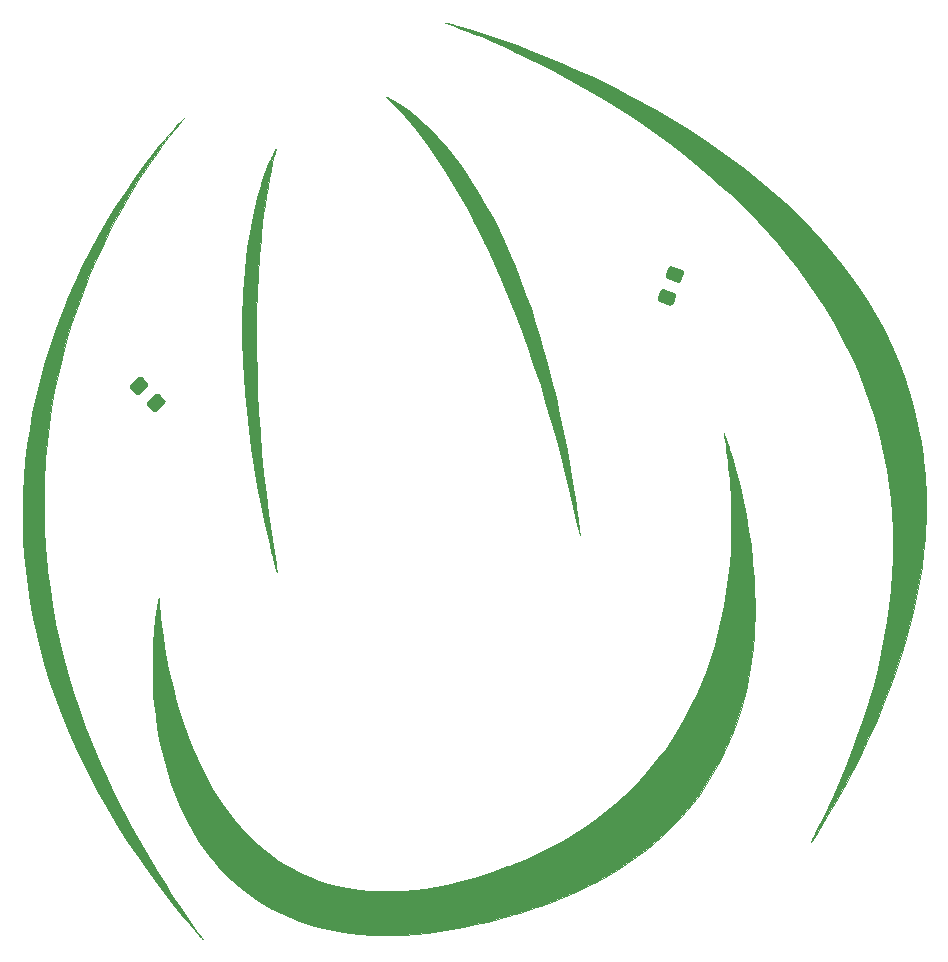
<source format=gbr>
%TF.GenerationSoftware,KiCad,Pcbnew,(5.1.7-0-10_14)*%
%TF.CreationDate,2020-10-21T09:08:44+08:00*%
%TF.ProjectId,HallowBadges,48616c6c-6f77-4426-9164-6765732e6b69,rev?*%
%TF.SameCoordinates,Original*%
%TF.FileFunction,Copper,L1,Top*%
%TF.FilePolarity,Positive*%
%FSLAX46Y46*%
G04 Gerber Fmt 4.6, Leading zero omitted, Abs format (unit mm)*
G04 Created by KiCad (PCBNEW (5.1.7-0-10_14)) date 2020-10-21 09:08:44*
%MOMM*%
%LPD*%
G01*
G04 APERTURE LIST*
%TA.AperFunction,EtchedComponent*%
%ADD10C,0.010000*%
%TD*%
%TA.AperFunction,ViaPad*%
%ADD11C,0.800000*%
%TD*%
%TA.AperFunction,Conductor*%
%ADD12C,0.500000*%
%TD*%
G04 APERTURE END LIST*
D10*
%TO.C,Ref\u002A\u002A*%
G36*
X119693889Y-73142784D02*
G01*
X119688785Y-73152093D01*
X119672374Y-73173598D01*
X119641971Y-73210555D01*
X119594892Y-73266222D01*
X119528452Y-73343856D01*
X119439968Y-73446711D01*
X119326754Y-73578047D01*
X119314735Y-73591984D01*
X118832661Y-74166803D01*
X118344542Y-74779639D01*
X117852604Y-75426990D01*
X117359072Y-76105356D01*
X116866171Y-76811234D01*
X116376125Y-77541125D01*
X115891160Y-78291526D01*
X115413501Y-79058936D01*
X114945372Y-79839855D01*
X114488999Y-80630781D01*
X114046606Y-81428213D01*
X113620419Y-82228650D01*
X113212662Y-83028591D01*
X112865811Y-83739907D01*
X112235571Y-85108657D01*
X111646847Y-86484838D01*
X111099672Y-87868328D01*
X110594079Y-89259002D01*
X110130099Y-90656737D01*
X109707767Y-92061410D01*
X109327114Y-93472897D01*
X108988172Y-94891075D01*
X108690976Y-96315820D01*
X108435556Y-97747008D01*
X108221947Y-99184517D01*
X108050179Y-100628222D01*
X107920287Y-102078001D01*
X107883229Y-102609990D01*
X107867457Y-102859062D01*
X107853716Y-103086433D01*
X107841869Y-103297195D01*
X107831781Y-103496437D01*
X107823316Y-103689252D01*
X107816339Y-103880728D01*
X107810712Y-104075956D01*
X107806302Y-104280028D01*
X107802971Y-104498033D01*
X107800585Y-104735063D01*
X107799007Y-104996207D01*
X107798103Y-105286556D01*
X107797735Y-105611200D01*
X107797714Y-105816740D01*
X107798388Y-106247391D01*
X107800398Y-106641459D01*
X107803960Y-107004681D01*
X107809294Y-107342792D01*
X107816617Y-107661529D01*
X107826146Y-107966626D01*
X107838100Y-108263821D01*
X107852697Y-108558849D01*
X107870155Y-108857447D01*
X107890691Y-109165349D01*
X107914523Y-109488293D01*
X107941870Y-109832014D01*
X107957338Y-110018324D01*
X108102211Y-111490367D01*
X108289402Y-112961793D01*
X108518900Y-114432566D01*
X108790692Y-115902653D01*
X109104768Y-117372020D01*
X109461115Y-118840633D01*
X109859724Y-120308460D01*
X110300581Y-121775465D01*
X110783676Y-123241615D01*
X111308997Y-124706876D01*
X111876532Y-126171216D01*
X112486271Y-127634599D01*
X113138202Y-129096992D01*
X113832312Y-130558361D01*
X114568592Y-132018673D01*
X115347029Y-133477894D01*
X116167612Y-134935990D01*
X116760555Y-135945038D01*
X117377571Y-136958544D01*
X118024841Y-137986002D01*
X118696730Y-139018911D01*
X119387604Y-140048769D01*
X120091829Y-141067072D01*
X120803773Y-142065319D01*
X120941738Y-142255157D01*
X121038974Y-142388657D01*
X121113851Y-142491845D01*
X121169037Y-142568553D01*
X121207201Y-142622614D01*
X121231009Y-142657860D01*
X121243130Y-142678122D01*
X121246231Y-142687234D01*
X121243795Y-142689074D01*
X121226286Y-142675067D01*
X121189616Y-142639186D01*
X121161184Y-142609699D01*
X121114484Y-142558405D01*
X121044018Y-142478417D01*
X120953071Y-142373607D01*
X120844925Y-142247847D01*
X120722863Y-142105009D01*
X120590168Y-141948964D01*
X120450123Y-141783584D01*
X120306012Y-141612741D01*
X120161116Y-141440307D01*
X120018719Y-141270154D01*
X119882104Y-141106153D01*
X119754554Y-140952177D01*
X119711936Y-140900490D01*
X118661847Y-139597946D01*
X117653398Y-138291505D01*
X116686614Y-136981232D01*
X115761524Y-135667190D01*
X114878156Y-134349444D01*
X114036535Y-133028058D01*
X113236691Y-131703096D01*
X112478649Y-130374622D01*
X111762439Y-129042700D01*
X111088086Y-127707395D01*
X110455619Y-126368770D01*
X109865065Y-125026890D01*
X109316451Y-123681818D01*
X108809805Y-122333619D01*
X108345154Y-120982357D01*
X107922525Y-119628096D01*
X107541946Y-118270900D01*
X107203445Y-116910833D01*
X106907048Y-115547960D01*
X106652784Y-114182344D01*
X106440678Y-112814049D01*
X106270760Y-111443140D01*
X106143056Y-110069681D01*
X106072507Y-108991740D01*
X106021679Y-107643055D01*
X106012907Y-106291620D01*
X106046057Y-104938164D01*
X106120997Y-103583415D01*
X106237592Y-102228102D01*
X106395708Y-100872952D01*
X106595212Y-99518695D01*
X106835970Y-98166058D01*
X107117848Y-96815770D01*
X107440713Y-95468558D01*
X107804430Y-94125152D01*
X108208866Y-92786280D01*
X108653888Y-91452670D01*
X109139360Y-90125050D01*
X109665151Y-88804148D01*
X109869063Y-88319190D01*
X110444607Y-87019488D01*
X111058233Y-85728905D01*
X111708227Y-84450277D01*
X112392876Y-83186439D01*
X113110467Y-81940226D01*
X113859286Y-80714474D01*
X114637620Y-79512019D01*
X115443755Y-78335696D01*
X116275978Y-77188340D01*
X117132576Y-76072787D01*
X117681093Y-75391113D01*
X117827905Y-75213430D01*
X117984145Y-75027029D01*
X118147191Y-74834848D01*
X118314424Y-74639827D01*
X118483224Y-74444904D01*
X118650972Y-74253018D01*
X118815047Y-74067108D01*
X118972830Y-73890114D01*
X119121701Y-73724972D01*
X119259040Y-73574624D01*
X119382228Y-73442007D01*
X119488644Y-73330061D01*
X119575670Y-73241724D01*
X119640684Y-73179935D01*
X119680911Y-73147729D01*
X119690369Y-73142415D01*
X119693889Y-73142784D01*
G37*
X119693889Y-73142784D02*
X119688785Y-73152093D01*
X119672374Y-73173598D01*
X119641971Y-73210555D01*
X119594892Y-73266222D01*
X119528452Y-73343856D01*
X119439968Y-73446711D01*
X119326754Y-73578047D01*
X119314735Y-73591984D01*
X118832661Y-74166803D01*
X118344542Y-74779639D01*
X117852604Y-75426990D01*
X117359072Y-76105356D01*
X116866171Y-76811234D01*
X116376125Y-77541125D01*
X115891160Y-78291526D01*
X115413501Y-79058936D01*
X114945372Y-79839855D01*
X114488999Y-80630781D01*
X114046606Y-81428213D01*
X113620419Y-82228650D01*
X113212662Y-83028591D01*
X112865811Y-83739907D01*
X112235571Y-85108657D01*
X111646847Y-86484838D01*
X111099672Y-87868328D01*
X110594079Y-89259002D01*
X110130099Y-90656737D01*
X109707767Y-92061410D01*
X109327114Y-93472897D01*
X108988172Y-94891075D01*
X108690976Y-96315820D01*
X108435556Y-97747008D01*
X108221947Y-99184517D01*
X108050179Y-100628222D01*
X107920287Y-102078001D01*
X107883229Y-102609990D01*
X107867457Y-102859062D01*
X107853716Y-103086433D01*
X107841869Y-103297195D01*
X107831781Y-103496437D01*
X107823316Y-103689252D01*
X107816339Y-103880728D01*
X107810712Y-104075956D01*
X107806302Y-104280028D01*
X107802971Y-104498033D01*
X107800585Y-104735063D01*
X107799007Y-104996207D01*
X107798103Y-105286556D01*
X107797735Y-105611200D01*
X107797714Y-105816740D01*
X107798388Y-106247391D01*
X107800398Y-106641459D01*
X107803960Y-107004681D01*
X107809294Y-107342792D01*
X107816617Y-107661529D01*
X107826146Y-107966626D01*
X107838100Y-108263821D01*
X107852697Y-108558849D01*
X107870155Y-108857447D01*
X107890691Y-109165349D01*
X107914523Y-109488293D01*
X107941870Y-109832014D01*
X107957338Y-110018324D01*
X108102211Y-111490367D01*
X108289402Y-112961793D01*
X108518900Y-114432566D01*
X108790692Y-115902653D01*
X109104768Y-117372020D01*
X109461115Y-118840633D01*
X109859724Y-120308460D01*
X110300581Y-121775465D01*
X110783676Y-123241615D01*
X111308997Y-124706876D01*
X111876532Y-126171216D01*
X112486271Y-127634599D01*
X113138202Y-129096992D01*
X113832312Y-130558361D01*
X114568592Y-132018673D01*
X115347029Y-133477894D01*
X116167612Y-134935990D01*
X116760555Y-135945038D01*
X117377571Y-136958544D01*
X118024841Y-137986002D01*
X118696730Y-139018911D01*
X119387604Y-140048769D01*
X120091829Y-141067072D01*
X120803773Y-142065319D01*
X120941738Y-142255157D01*
X121038974Y-142388657D01*
X121113851Y-142491845D01*
X121169037Y-142568553D01*
X121207201Y-142622614D01*
X121231009Y-142657860D01*
X121243130Y-142678122D01*
X121246231Y-142687234D01*
X121243795Y-142689074D01*
X121226286Y-142675067D01*
X121189616Y-142639186D01*
X121161184Y-142609699D01*
X121114484Y-142558405D01*
X121044018Y-142478417D01*
X120953071Y-142373607D01*
X120844925Y-142247847D01*
X120722863Y-142105009D01*
X120590168Y-141948964D01*
X120450123Y-141783584D01*
X120306012Y-141612741D01*
X120161116Y-141440307D01*
X120018719Y-141270154D01*
X119882104Y-141106153D01*
X119754554Y-140952177D01*
X119711936Y-140900490D01*
X118661847Y-139597946D01*
X117653398Y-138291505D01*
X116686614Y-136981232D01*
X115761524Y-135667190D01*
X114878156Y-134349444D01*
X114036535Y-133028058D01*
X113236691Y-131703096D01*
X112478649Y-130374622D01*
X111762439Y-129042700D01*
X111088086Y-127707395D01*
X110455619Y-126368770D01*
X109865065Y-125026890D01*
X109316451Y-123681818D01*
X108809805Y-122333619D01*
X108345154Y-120982357D01*
X107922525Y-119628096D01*
X107541946Y-118270900D01*
X107203445Y-116910833D01*
X106907048Y-115547960D01*
X106652784Y-114182344D01*
X106440678Y-112814049D01*
X106270760Y-111443140D01*
X106143056Y-110069681D01*
X106072507Y-108991740D01*
X106021679Y-107643055D01*
X106012907Y-106291620D01*
X106046057Y-104938164D01*
X106120997Y-103583415D01*
X106237592Y-102228102D01*
X106395708Y-100872952D01*
X106595212Y-99518695D01*
X106835970Y-98166058D01*
X107117848Y-96815770D01*
X107440713Y-95468558D01*
X107804430Y-94125152D01*
X108208866Y-92786280D01*
X108653888Y-91452670D01*
X109139360Y-90125050D01*
X109665151Y-88804148D01*
X109869063Y-88319190D01*
X110444607Y-87019488D01*
X111058233Y-85728905D01*
X111708227Y-84450277D01*
X112392876Y-83186439D01*
X113110467Y-81940226D01*
X113859286Y-80714474D01*
X114637620Y-79512019D01*
X115443755Y-78335696D01*
X116275978Y-77188340D01*
X117132576Y-76072787D01*
X117681093Y-75391113D01*
X117827905Y-75213430D01*
X117984145Y-75027029D01*
X118147191Y-74834848D01*
X118314424Y-74639827D01*
X118483224Y-74444904D01*
X118650972Y-74253018D01*
X118815047Y-74067108D01*
X118972830Y-73890114D01*
X119121701Y-73724972D01*
X119259040Y-73574624D01*
X119382228Y-73442007D01*
X119488644Y-73330061D01*
X119575670Y-73241724D01*
X119640684Y-73179935D01*
X119680911Y-73147729D01*
X119690369Y-73142415D01*
X119693889Y-73142784D01*
G36*
X165372465Y-99888444D02*
G01*
X165397411Y-99944438D01*
X165432369Y-100032962D01*
X165475995Y-100150088D01*
X165526946Y-100291889D01*
X165583878Y-100454439D01*
X165645448Y-100633810D01*
X165710311Y-100826076D01*
X165777124Y-101027308D01*
X165844544Y-101233581D01*
X165911226Y-101440966D01*
X165975828Y-101645538D01*
X166037006Y-101843368D01*
X166057724Y-101911490D01*
X166405869Y-103122404D01*
X166721623Y-104346430D01*
X167004187Y-105579220D01*
X167252762Y-106816427D01*
X167466550Y-108053702D01*
X167644753Y-109286695D01*
X167786571Y-110511061D01*
X167891207Y-111722449D01*
X167909842Y-111997407D01*
X167946792Y-112674914D01*
X167971969Y-113368101D01*
X167985373Y-114068000D01*
X167987004Y-114765643D01*
X167976863Y-115452063D01*
X167954950Y-116118294D01*
X167921266Y-116755367D01*
X167909588Y-116929240D01*
X167812741Y-118040372D01*
X167680551Y-119128222D01*
X167513000Y-120192842D01*
X167310071Y-121234281D01*
X167071745Y-122252588D01*
X166798004Y-123247815D01*
X166488828Y-124220011D01*
X166144201Y-125169226D01*
X165764103Y-126095510D01*
X165348517Y-126998913D01*
X164897423Y-127879486D01*
X164410804Y-128737278D01*
X163888641Y-129572339D01*
X163330917Y-130384720D01*
X162737612Y-131174470D01*
X162654086Y-131280240D01*
X162201756Y-131829039D01*
X161715455Y-132380450D01*
X161202341Y-132927067D01*
X160669573Y-133461483D01*
X160124311Y-133976290D01*
X159592250Y-134448186D01*
X158833165Y-135074411D01*
X158043885Y-135675558D01*
X157223738Y-136252008D01*
X156372048Y-136804144D01*
X155488144Y-137332348D01*
X154571349Y-137837000D01*
X153620992Y-138318485D01*
X152636398Y-138777182D01*
X151616894Y-139213475D01*
X150561806Y-139627746D01*
X150257750Y-139740640D01*
X149883104Y-139874819D01*
X149474466Y-140015295D01*
X149039285Y-140159727D01*
X148585010Y-140305774D01*
X148119093Y-140451095D01*
X147648984Y-140593350D01*
X147182131Y-140730197D01*
X146725985Y-140859296D01*
X146501069Y-140921073D01*
X145403528Y-141206323D01*
X144329809Y-141459094D01*
X143277144Y-141679845D01*
X142242765Y-141869039D01*
X141223904Y-142027136D01*
X140217794Y-142154596D01*
X139221665Y-142251882D01*
X138232750Y-142319452D01*
X138044584Y-142329011D01*
X137905434Y-142334292D01*
X137732074Y-142338633D01*
X137531101Y-142342039D01*
X137309110Y-142344512D01*
X137072696Y-142346056D01*
X136828455Y-142346673D01*
X136582984Y-142346368D01*
X136342877Y-142345143D01*
X136114731Y-142343002D01*
X135905141Y-142339949D01*
X135720703Y-142335985D01*
X135568013Y-142331115D01*
X135494000Y-142327739D01*
X134551212Y-142260496D01*
X133634509Y-142160332D01*
X132743077Y-142027019D01*
X131876106Y-141860326D01*
X131032782Y-141660024D01*
X130212292Y-141425883D01*
X129413825Y-141157673D01*
X128636567Y-140855165D01*
X127879707Y-140518128D01*
X127142431Y-140146333D01*
X126498167Y-139783709D01*
X125828364Y-139363632D01*
X125174100Y-138905306D01*
X124537572Y-138410656D01*
X123920982Y-137881612D01*
X123326529Y-137320100D01*
X122756412Y-136728048D01*
X122212832Y-136107384D01*
X121986913Y-135831074D01*
X121470330Y-135153119D01*
X120979826Y-134442611D01*
X120515787Y-133700642D01*
X120078600Y-132928303D01*
X119668653Y-132126689D01*
X119286334Y-131296891D01*
X118932029Y-130440002D01*
X118606126Y-129557115D01*
X118309012Y-128649323D01*
X118041075Y-127717718D01*
X117802702Y-126763393D01*
X117594281Y-125787440D01*
X117416197Y-124790953D01*
X117268840Y-123775023D01*
X117152597Y-122740744D01*
X117090945Y-122019824D01*
X117069814Y-121723421D01*
X117052285Y-121445016D01*
X117038089Y-121176519D01*
X117026952Y-120909841D01*
X117018604Y-120636890D01*
X117012772Y-120349579D01*
X117009185Y-120039815D01*
X117007571Y-119699511D01*
X117007416Y-119532740D01*
X117011031Y-118950595D01*
X117022160Y-118401184D01*
X117041357Y-117875487D01*
X117069176Y-117364479D01*
X117106170Y-116859139D01*
X117152895Y-116350444D01*
X117209904Y-115829372D01*
X117259564Y-115426407D01*
X117281713Y-115259745D01*
X117306551Y-115082355D01*
X117333267Y-114899214D01*
X117361052Y-114715297D01*
X117389096Y-114535580D01*
X117416587Y-114365039D01*
X117442717Y-114208648D01*
X117466675Y-114071385D01*
X117487651Y-113958225D01*
X117504835Y-113874142D01*
X117517417Y-113824115D01*
X117522296Y-113812652D01*
X117527325Y-113828479D01*
X117534488Y-113881164D01*
X117543262Y-113965314D01*
X117553126Y-114075536D01*
X117563557Y-114206438D01*
X117572771Y-114334152D01*
X117645358Y-115215211D01*
X117743110Y-116122228D01*
X117864799Y-117048066D01*
X118009195Y-117985586D01*
X118175068Y-118927649D01*
X118361189Y-119867118D01*
X118566328Y-120796854D01*
X118789256Y-121709719D01*
X118943573Y-122292325D01*
X119246551Y-123342826D01*
X119572296Y-124361716D01*
X119920569Y-125348617D01*
X120291134Y-126303154D01*
X120683754Y-127224949D01*
X121098191Y-128113625D01*
X121534208Y-128968806D01*
X121991569Y-129790115D01*
X122470036Y-130577175D01*
X122969372Y-131329609D01*
X123489340Y-132047041D01*
X124029702Y-132729093D01*
X124590223Y-133375389D01*
X125170664Y-133985552D01*
X125770788Y-134559206D01*
X126390359Y-135095973D01*
X127029140Y-135595476D01*
X127545917Y-135962615D01*
X128222326Y-136397168D01*
X128917930Y-136794050D01*
X129632266Y-137153085D01*
X130364872Y-137474094D01*
X131115287Y-137756899D01*
X131883047Y-138001324D01*
X132667692Y-138207191D01*
X133468757Y-138374322D01*
X134086417Y-138475060D01*
X134429094Y-138522097D01*
X134749099Y-138560853D01*
X135056820Y-138592139D01*
X135362642Y-138616762D01*
X135676952Y-138635533D01*
X136010138Y-138649260D01*
X136372586Y-138658751D01*
X136467667Y-138660534D01*
X137333925Y-138656946D01*
X138219108Y-138616412D01*
X139121872Y-138539149D01*
X140040873Y-138425377D01*
X140974766Y-138275312D01*
X141922207Y-138089174D01*
X142881850Y-137867181D01*
X143852352Y-137609551D01*
X144832368Y-137316503D01*
X144923750Y-137287519D01*
X145061180Y-137243806D01*
X145188910Y-137203339D01*
X145300118Y-137168269D01*
X145387979Y-137140743D01*
X145445672Y-137122911D01*
X145460818Y-137118375D01*
X145552148Y-137089966D01*
X145677550Y-137048158D01*
X145831647Y-136994919D01*
X146009067Y-136932219D01*
X146204436Y-136862028D01*
X146412378Y-136786314D01*
X146627519Y-136707048D01*
X146844487Y-136626198D01*
X147057905Y-136545734D01*
X147262400Y-136467625D01*
X147452599Y-136393841D01*
X147623126Y-136326351D01*
X147633084Y-136322357D01*
X148703873Y-135872127D01*
X149742919Y-135394015D01*
X150750463Y-134887874D01*
X151726742Y-134353555D01*
X152671998Y-133790911D01*
X153586470Y-133199796D01*
X154470398Y-132580060D01*
X155324022Y-131931556D01*
X156147581Y-131254138D01*
X156787109Y-130689311D01*
X156887794Y-130595664D01*
X157012683Y-130476511D01*
X157156705Y-130336923D01*
X157314789Y-130181971D01*
X157481863Y-130016726D01*
X157652855Y-129846260D01*
X157822694Y-129675645D01*
X157986309Y-129509950D01*
X158138627Y-129354249D01*
X158274577Y-129213612D01*
X158389089Y-129093110D01*
X158461571Y-129014924D01*
X159155016Y-128223013D01*
X159816025Y-127404092D01*
X160444459Y-126558518D01*
X161040180Y-125686648D01*
X161603047Y-124788840D01*
X162132922Y-123865452D01*
X162629666Y-122916840D01*
X163093140Y-121943363D01*
X163523204Y-120945379D01*
X163919720Y-119923244D01*
X164282549Y-118877316D01*
X164611551Y-117807953D01*
X164906588Y-116715513D01*
X165167520Y-115600353D01*
X165394208Y-114462830D01*
X165586514Y-113303303D01*
X165744298Y-112122128D01*
X165867421Y-110919664D01*
X165952403Y-109753740D01*
X165985499Y-109074991D01*
X166007155Y-108365873D01*
X166017393Y-107636768D01*
X166016236Y-106898060D01*
X166003707Y-106160131D01*
X165979829Y-105433363D01*
X165944623Y-104728141D01*
X165941365Y-104673740D01*
X165908907Y-104191438D01*
X165869699Y-103699823D01*
X165824427Y-103204623D01*
X165773779Y-102711566D01*
X165718441Y-102226379D01*
X165659101Y-101754789D01*
X165596446Y-101302524D01*
X165531162Y-100875312D01*
X165463937Y-100478880D01*
X165395458Y-100118955D01*
X165394319Y-100113343D01*
X165376134Y-100018295D01*
X165363392Y-99940501D01*
X165357261Y-99888019D01*
X165358874Y-99868907D01*
X165372465Y-99888444D01*
G37*
X165372465Y-99888444D02*
X165397411Y-99944438D01*
X165432369Y-100032962D01*
X165475995Y-100150088D01*
X165526946Y-100291889D01*
X165583878Y-100454439D01*
X165645448Y-100633810D01*
X165710311Y-100826076D01*
X165777124Y-101027308D01*
X165844544Y-101233581D01*
X165911226Y-101440966D01*
X165975828Y-101645538D01*
X166037006Y-101843368D01*
X166057724Y-101911490D01*
X166405869Y-103122404D01*
X166721623Y-104346430D01*
X167004187Y-105579220D01*
X167252762Y-106816427D01*
X167466550Y-108053702D01*
X167644753Y-109286695D01*
X167786571Y-110511061D01*
X167891207Y-111722449D01*
X167909842Y-111997407D01*
X167946792Y-112674914D01*
X167971969Y-113368101D01*
X167985373Y-114068000D01*
X167987004Y-114765643D01*
X167976863Y-115452063D01*
X167954950Y-116118294D01*
X167921266Y-116755367D01*
X167909588Y-116929240D01*
X167812741Y-118040372D01*
X167680551Y-119128222D01*
X167513000Y-120192842D01*
X167310071Y-121234281D01*
X167071745Y-122252588D01*
X166798004Y-123247815D01*
X166488828Y-124220011D01*
X166144201Y-125169226D01*
X165764103Y-126095510D01*
X165348517Y-126998913D01*
X164897423Y-127879486D01*
X164410804Y-128737278D01*
X163888641Y-129572339D01*
X163330917Y-130384720D01*
X162737612Y-131174470D01*
X162654086Y-131280240D01*
X162201756Y-131829039D01*
X161715455Y-132380450D01*
X161202341Y-132927067D01*
X160669573Y-133461483D01*
X160124311Y-133976290D01*
X159592250Y-134448186D01*
X158833165Y-135074411D01*
X158043885Y-135675558D01*
X157223738Y-136252008D01*
X156372048Y-136804144D01*
X155488144Y-137332348D01*
X154571349Y-137837000D01*
X153620992Y-138318485D01*
X152636398Y-138777182D01*
X151616894Y-139213475D01*
X150561806Y-139627746D01*
X150257750Y-139740640D01*
X149883104Y-139874819D01*
X149474466Y-140015295D01*
X149039285Y-140159727D01*
X148585010Y-140305774D01*
X148119093Y-140451095D01*
X147648984Y-140593350D01*
X147182131Y-140730197D01*
X146725985Y-140859296D01*
X146501069Y-140921073D01*
X145403528Y-141206323D01*
X144329809Y-141459094D01*
X143277144Y-141679845D01*
X142242765Y-141869039D01*
X141223904Y-142027136D01*
X140217794Y-142154596D01*
X139221665Y-142251882D01*
X138232750Y-142319452D01*
X138044584Y-142329011D01*
X137905434Y-142334292D01*
X137732074Y-142338633D01*
X137531101Y-142342039D01*
X137309110Y-142344512D01*
X137072696Y-142346056D01*
X136828455Y-142346673D01*
X136582984Y-142346368D01*
X136342877Y-142345143D01*
X136114731Y-142343002D01*
X135905141Y-142339949D01*
X135720703Y-142335985D01*
X135568013Y-142331115D01*
X135494000Y-142327739D01*
X134551212Y-142260496D01*
X133634509Y-142160332D01*
X132743077Y-142027019D01*
X131876106Y-141860326D01*
X131032782Y-141660024D01*
X130212292Y-141425883D01*
X129413825Y-141157673D01*
X128636567Y-140855165D01*
X127879707Y-140518128D01*
X127142431Y-140146333D01*
X126498167Y-139783709D01*
X125828364Y-139363632D01*
X125174100Y-138905306D01*
X124537572Y-138410656D01*
X123920982Y-137881612D01*
X123326529Y-137320100D01*
X122756412Y-136728048D01*
X122212832Y-136107384D01*
X121986913Y-135831074D01*
X121470330Y-135153119D01*
X120979826Y-134442611D01*
X120515787Y-133700642D01*
X120078600Y-132928303D01*
X119668653Y-132126689D01*
X119286334Y-131296891D01*
X118932029Y-130440002D01*
X118606126Y-129557115D01*
X118309012Y-128649323D01*
X118041075Y-127717718D01*
X117802702Y-126763393D01*
X117594281Y-125787440D01*
X117416197Y-124790953D01*
X117268840Y-123775023D01*
X117152597Y-122740744D01*
X117090945Y-122019824D01*
X117069814Y-121723421D01*
X117052285Y-121445016D01*
X117038089Y-121176519D01*
X117026952Y-120909841D01*
X117018604Y-120636890D01*
X117012772Y-120349579D01*
X117009185Y-120039815D01*
X117007571Y-119699511D01*
X117007416Y-119532740D01*
X117011031Y-118950595D01*
X117022160Y-118401184D01*
X117041357Y-117875487D01*
X117069176Y-117364479D01*
X117106170Y-116859139D01*
X117152895Y-116350444D01*
X117209904Y-115829372D01*
X117259564Y-115426407D01*
X117281713Y-115259745D01*
X117306551Y-115082355D01*
X117333267Y-114899214D01*
X117361052Y-114715297D01*
X117389096Y-114535580D01*
X117416587Y-114365039D01*
X117442717Y-114208648D01*
X117466675Y-114071385D01*
X117487651Y-113958225D01*
X117504835Y-113874142D01*
X117517417Y-113824115D01*
X117522296Y-113812652D01*
X117527325Y-113828479D01*
X117534488Y-113881164D01*
X117543262Y-113965314D01*
X117553126Y-114075536D01*
X117563557Y-114206438D01*
X117572771Y-114334152D01*
X117645358Y-115215211D01*
X117743110Y-116122228D01*
X117864799Y-117048066D01*
X118009195Y-117985586D01*
X118175068Y-118927649D01*
X118361189Y-119867118D01*
X118566328Y-120796854D01*
X118789256Y-121709719D01*
X118943573Y-122292325D01*
X119246551Y-123342826D01*
X119572296Y-124361716D01*
X119920569Y-125348617D01*
X120291134Y-126303154D01*
X120683754Y-127224949D01*
X121098191Y-128113625D01*
X121534208Y-128968806D01*
X121991569Y-129790115D01*
X122470036Y-130577175D01*
X122969372Y-131329609D01*
X123489340Y-132047041D01*
X124029702Y-132729093D01*
X124590223Y-133375389D01*
X125170664Y-133985552D01*
X125770788Y-134559206D01*
X126390359Y-135095973D01*
X127029140Y-135595476D01*
X127545917Y-135962615D01*
X128222326Y-136397168D01*
X128917930Y-136794050D01*
X129632266Y-137153085D01*
X130364872Y-137474094D01*
X131115287Y-137756899D01*
X131883047Y-138001324D01*
X132667692Y-138207191D01*
X133468757Y-138374322D01*
X134086417Y-138475060D01*
X134429094Y-138522097D01*
X134749099Y-138560853D01*
X135056820Y-138592139D01*
X135362642Y-138616762D01*
X135676952Y-138635533D01*
X136010138Y-138649260D01*
X136372586Y-138658751D01*
X136467667Y-138660534D01*
X137333925Y-138656946D01*
X138219108Y-138616412D01*
X139121872Y-138539149D01*
X140040873Y-138425377D01*
X140974766Y-138275312D01*
X141922207Y-138089174D01*
X142881850Y-137867181D01*
X143852352Y-137609551D01*
X144832368Y-137316503D01*
X144923750Y-137287519D01*
X145061180Y-137243806D01*
X145188910Y-137203339D01*
X145300118Y-137168269D01*
X145387979Y-137140743D01*
X145445672Y-137122911D01*
X145460818Y-137118375D01*
X145552148Y-137089966D01*
X145677550Y-137048158D01*
X145831647Y-136994919D01*
X146009067Y-136932219D01*
X146204436Y-136862028D01*
X146412378Y-136786314D01*
X146627519Y-136707048D01*
X146844487Y-136626198D01*
X147057905Y-136545734D01*
X147262400Y-136467625D01*
X147452599Y-136393841D01*
X147623126Y-136326351D01*
X147633084Y-136322357D01*
X148703873Y-135872127D01*
X149742919Y-135394015D01*
X150750463Y-134887874D01*
X151726742Y-134353555D01*
X152671998Y-133790911D01*
X153586470Y-133199796D01*
X154470398Y-132580060D01*
X155324022Y-131931556D01*
X156147581Y-131254138D01*
X156787109Y-130689311D01*
X156887794Y-130595664D01*
X157012683Y-130476511D01*
X157156705Y-130336923D01*
X157314789Y-130181971D01*
X157481863Y-130016726D01*
X157652855Y-129846260D01*
X157822694Y-129675645D01*
X157986309Y-129509950D01*
X158138627Y-129354249D01*
X158274577Y-129213612D01*
X158389089Y-129093110D01*
X158461571Y-129014924D01*
X159155016Y-128223013D01*
X159816025Y-127404092D01*
X160444459Y-126558518D01*
X161040180Y-125686648D01*
X161603047Y-124788840D01*
X162132922Y-123865452D01*
X162629666Y-122916840D01*
X163093140Y-121943363D01*
X163523204Y-120945379D01*
X163919720Y-119923244D01*
X164282549Y-118877316D01*
X164611551Y-117807953D01*
X164906588Y-116715513D01*
X165167520Y-115600353D01*
X165394208Y-114462830D01*
X165586514Y-113303303D01*
X165744298Y-112122128D01*
X165867421Y-110919664D01*
X165952403Y-109753740D01*
X165985499Y-109074991D01*
X166007155Y-108365873D01*
X166017393Y-107636768D01*
X166016236Y-106898060D01*
X166003707Y-106160131D01*
X165979829Y-105433363D01*
X165944623Y-104728141D01*
X165941365Y-104673740D01*
X165908907Y-104191438D01*
X165869699Y-103699823D01*
X165824427Y-103204623D01*
X165773779Y-102711566D01*
X165718441Y-102226379D01*
X165659101Y-101754789D01*
X165596446Y-101302524D01*
X165531162Y-100875312D01*
X165463937Y-100478880D01*
X165395458Y-100118955D01*
X165394319Y-100113343D01*
X165376134Y-100018295D01*
X165363392Y-99940501D01*
X165357261Y-99888019D01*
X165358874Y-99868907D01*
X165372465Y-99888444D01*
G36*
X141851562Y-65117238D02*
G01*
X141934972Y-65136992D01*
X142050705Y-65166659D01*
X142196015Y-65205511D01*
X142368154Y-65252821D01*
X142564373Y-65307860D01*
X142781924Y-65369903D01*
X142882317Y-65398834D01*
X144093144Y-65762106D01*
X145324344Y-66157454D01*
X146571138Y-66582901D01*
X147828747Y-67036472D01*
X149092393Y-67516192D01*
X150357297Y-68020084D01*
X151618679Y-68546172D01*
X152871761Y-69092482D01*
X154111764Y-69657037D01*
X155333910Y-70237861D01*
X156533418Y-70832980D01*
X157705511Y-71440416D01*
X158406917Y-71817210D01*
X159770199Y-72578133D01*
X161094232Y-73354397D01*
X162379306Y-74146221D01*
X163625713Y-74953824D01*
X164833743Y-75777425D01*
X166003688Y-76617245D01*
X167135839Y-77473501D01*
X168230487Y-78346413D01*
X169287922Y-79236201D01*
X170308436Y-80143083D01*
X171292320Y-81067279D01*
X172239864Y-82009008D01*
X173012948Y-82819157D01*
X173845730Y-83741261D01*
X174643061Y-84680433D01*
X175404327Y-85635726D01*
X176128920Y-86606196D01*
X176816227Y-87590898D01*
X177465638Y-88588886D01*
X178076542Y-89599215D01*
X178648327Y-90620940D01*
X179180383Y-91653116D01*
X179672098Y-92694797D01*
X180122862Y-93745039D01*
X180200506Y-93937174D01*
X180612395Y-95022952D01*
X180983687Y-96120680D01*
X181314329Y-97230135D01*
X181604269Y-98351092D01*
X181853456Y-99483330D01*
X182061837Y-100626624D01*
X182229360Y-101780751D01*
X182355972Y-102945488D01*
X182386893Y-103308490D01*
X182403906Y-103525904D01*
X182418565Y-103723488D01*
X182431039Y-103906571D01*
X182441501Y-104080480D01*
X182450122Y-104250546D01*
X182457074Y-104422097D01*
X182462527Y-104600462D01*
X182466654Y-104790970D01*
X182469627Y-104998949D01*
X182471616Y-105229728D01*
X182472793Y-105488637D01*
X182473330Y-105781004D01*
X182473417Y-105996657D01*
X182473183Y-106320032D01*
X182472370Y-106606537D01*
X182470804Y-106861630D01*
X182468317Y-107090774D01*
X182464737Y-107299427D01*
X182459893Y-107493051D01*
X182453615Y-107677106D01*
X182445732Y-107857051D01*
X182436073Y-108038348D01*
X182424467Y-108226457D01*
X182410744Y-108426838D01*
X182394733Y-108644951D01*
X182387699Y-108737740D01*
X182273513Y-109969050D01*
X182118196Y-111210284D01*
X181921763Y-112461404D01*
X181684226Y-113722372D01*
X181405600Y-114993150D01*
X181085897Y-116273699D01*
X180725132Y-117563981D01*
X180323318Y-118863958D01*
X179880470Y-120173590D01*
X179396599Y-121492840D01*
X178871721Y-122821669D01*
X178305848Y-124160039D01*
X177698995Y-125507912D01*
X177051175Y-126865249D01*
X176362401Y-128232011D01*
X175632688Y-129608161D01*
X174862049Y-130993660D01*
X174050497Y-132388469D01*
X173890754Y-132656074D01*
X173798658Y-132809269D01*
X173698910Y-132974365D01*
X173593873Y-133147520D01*
X173485909Y-133324893D01*
X173377380Y-133502641D01*
X173270648Y-133676923D01*
X173168075Y-133843896D01*
X173072023Y-133999719D01*
X172984855Y-134140549D01*
X172908932Y-134262546D01*
X172846617Y-134361867D01*
X172800272Y-134434669D01*
X172772258Y-134477112D01*
X172765699Y-134485932D01*
X172749073Y-134495359D01*
X172747334Y-134490814D01*
X172756632Y-134469248D01*
X172783178Y-134414052D01*
X172824943Y-134329285D01*
X172879900Y-134219008D01*
X172946023Y-134087282D01*
X173021285Y-133938168D01*
X173103658Y-133775727D01*
X173137748Y-133708706D01*
X173844408Y-132284816D01*
X174511297Y-130867498D01*
X175138326Y-129457034D01*
X175725408Y-128053707D01*
X176272456Y-126657797D01*
X176779383Y-125269586D01*
X177246102Y-123889357D01*
X177672524Y-122517392D01*
X178058563Y-121153971D01*
X178404131Y-119799378D01*
X178709142Y-118453893D01*
X178973507Y-117117800D01*
X179197139Y-115791378D01*
X179379951Y-114474911D01*
X179521857Y-113168680D01*
X179530322Y-113076907D01*
X179627653Y-111791529D01*
X179684859Y-110512234D01*
X179702016Y-109239980D01*
X179679204Y-107975725D01*
X179616501Y-106720429D01*
X179513983Y-105475051D01*
X179371729Y-104240549D01*
X179189817Y-103017881D01*
X178968324Y-101808008D01*
X178707329Y-100611886D01*
X178428339Y-99509411D01*
X178079553Y-98299799D01*
X177690290Y-97102577D01*
X177260552Y-95917750D01*
X176790344Y-94745323D01*
X176279669Y-93585303D01*
X175728530Y-92437694D01*
X175136931Y-91302503D01*
X174504876Y-90179736D01*
X173832369Y-89069397D01*
X173119412Y-87971492D01*
X172366010Y-86886028D01*
X171572167Y-85813010D01*
X170737885Y-84752443D01*
X169863169Y-83704333D01*
X168948022Y-82668687D01*
X167992448Y-81645509D01*
X166996451Y-80634805D01*
X165960033Y-79636581D01*
X165349584Y-79071713D01*
X164298976Y-78137701D01*
X163209380Y-77216371D01*
X162082532Y-76308848D01*
X160920169Y-75416254D01*
X159724027Y-74539712D01*
X158495841Y-73680345D01*
X157237348Y-72839276D01*
X155950285Y-72017628D01*
X154636388Y-71216524D01*
X153297392Y-70437087D01*
X151935035Y-69680439D01*
X150551052Y-68947705D01*
X149147179Y-68240006D01*
X147725154Y-67558466D01*
X147107463Y-67273237D01*
X146539114Y-67017079D01*
X145961061Y-66762926D01*
X145379109Y-66513151D01*
X144799066Y-66270126D01*
X144226738Y-66036226D01*
X143667932Y-65813822D01*
X143128454Y-65605288D01*
X142614112Y-65412997D01*
X142130713Y-65239322D01*
X142129750Y-65238984D01*
X142020232Y-65199923D01*
X141924528Y-65164615D01*
X141849931Y-65135844D01*
X141803733Y-65116391D01*
X141792710Y-65110377D01*
X141803226Y-65108124D01*
X141851562Y-65117238D01*
G37*
X141851562Y-65117238D02*
X141934972Y-65136992D01*
X142050705Y-65166659D01*
X142196015Y-65205511D01*
X142368154Y-65252821D01*
X142564373Y-65307860D01*
X142781924Y-65369903D01*
X142882317Y-65398834D01*
X144093144Y-65762106D01*
X145324344Y-66157454D01*
X146571138Y-66582901D01*
X147828747Y-67036472D01*
X149092393Y-67516192D01*
X150357297Y-68020084D01*
X151618679Y-68546172D01*
X152871761Y-69092482D01*
X154111764Y-69657037D01*
X155333910Y-70237861D01*
X156533418Y-70832980D01*
X157705511Y-71440416D01*
X158406917Y-71817210D01*
X159770199Y-72578133D01*
X161094232Y-73354397D01*
X162379306Y-74146221D01*
X163625713Y-74953824D01*
X164833743Y-75777425D01*
X166003688Y-76617245D01*
X167135839Y-77473501D01*
X168230487Y-78346413D01*
X169287922Y-79236201D01*
X170308436Y-80143083D01*
X171292320Y-81067279D01*
X172239864Y-82009008D01*
X173012948Y-82819157D01*
X173845730Y-83741261D01*
X174643061Y-84680433D01*
X175404327Y-85635726D01*
X176128920Y-86606196D01*
X176816227Y-87590898D01*
X177465638Y-88588886D01*
X178076542Y-89599215D01*
X178648327Y-90620940D01*
X179180383Y-91653116D01*
X179672098Y-92694797D01*
X180122862Y-93745039D01*
X180200506Y-93937174D01*
X180612395Y-95022952D01*
X180983687Y-96120680D01*
X181314329Y-97230135D01*
X181604269Y-98351092D01*
X181853456Y-99483330D01*
X182061837Y-100626624D01*
X182229360Y-101780751D01*
X182355972Y-102945488D01*
X182386893Y-103308490D01*
X182403906Y-103525904D01*
X182418565Y-103723488D01*
X182431039Y-103906571D01*
X182441501Y-104080480D01*
X182450122Y-104250546D01*
X182457074Y-104422097D01*
X182462527Y-104600462D01*
X182466654Y-104790970D01*
X182469627Y-104998949D01*
X182471616Y-105229728D01*
X182472793Y-105488637D01*
X182473330Y-105781004D01*
X182473417Y-105996657D01*
X182473183Y-106320032D01*
X182472370Y-106606537D01*
X182470804Y-106861630D01*
X182468317Y-107090774D01*
X182464737Y-107299427D01*
X182459893Y-107493051D01*
X182453615Y-107677106D01*
X182445732Y-107857051D01*
X182436073Y-108038348D01*
X182424467Y-108226457D01*
X182410744Y-108426838D01*
X182394733Y-108644951D01*
X182387699Y-108737740D01*
X182273513Y-109969050D01*
X182118196Y-111210284D01*
X181921763Y-112461404D01*
X181684226Y-113722372D01*
X181405600Y-114993150D01*
X181085897Y-116273699D01*
X180725132Y-117563981D01*
X180323318Y-118863958D01*
X179880470Y-120173590D01*
X179396599Y-121492840D01*
X178871721Y-122821669D01*
X178305848Y-124160039D01*
X177698995Y-125507912D01*
X177051175Y-126865249D01*
X176362401Y-128232011D01*
X175632688Y-129608161D01*
X174862049Y-130993660D01*
X174050497Y-132388469D01*
X173890754Y-132656074D01*
X173798658Y-132809269D01*
X173698910Y-132974365D01*
X173593873Y-133147520D01*
X173485909Y-133324893D01*
X173377380Y-133502641D01*
X173270648Y-133676923D01*
X173168075Y-133843896D01*
X173072023Y-133999719D01*
X172984855Y-134140549D01*
X172908932Y-134262546D01*
X172846617Y-134361867D01*
X172800272Y-134434669D01*
X172772258Y-134477112D01*
X172765699Y-134485932D01*
X172749073Y-134495359D01*
X172747334Y-134490814D01*
X172756632Y-134469248D01*
X172783178Y-134414052D01*
X172824943Y-134329285D01*
X172879900Y-134219008D01*
X172946023Y-134087282D01*
X173021285Y-133938168D01*
X173103658Y-133775727D01*
X173137748Y-133708706D01*
X173844408Y-132284816D01*
X174511297Y-130867498D01*
X175138326Y-129457034D01*
X175725408Y-128053707D01*
X176272456Y-126657797D01*
X176779383Y-125269586D01*
X177246102Y-123889357D01*
X177672524Y-122517392D01*
X178058563Y-121153971D01*
X178404131Y-119799378D01*
X178709142Y-118453893D01*
X178973507Y-117117800D01*
X179197139Y-115791378D01*
X179379951Y-114474911D01*
X179521857Y-113168680D01*
X179530322Y-113076907D01*
X179627653Y-111791529D01*
X179684859Y-110512234D01*
X179702016Y-109239980D01*
X179679204Y-107975725D01*
X179616501Y-106720429D01*
X179513983Y-105475051D01*
X179371729Y-104240549D01*
X179189817Y-103017881D01*
X178968324Y-101808008D01*
X178707329Y-100611886D01*
X178428339Y-99509411D01*
X178079553Y-98299799D01*
X177690290Y-97102577D01*
X177260552Y-95917750D01*
X176790344Y-94745323D01*
X176279669Y-93585303D01*
X175728530Y-92437694D01*
X175136931Y-91302503D01*
X174504876Y-90179736D01*
X173832369Y-89069397D01*
X173119412Y-87971492D01*
X172366010Y-86886028D01*
X171572167Y-85813010D01*
X170737885Y-84752443D01*
X169863169Y-83704333D01*
X168948022Y-82668687D01*
X167992448Y-81645509D01*
X166996451Y-80634805D01*
X165960033Y-79636581D01*
X165349584Y-79071713D01*
X164298976Y-78137701D01*
X163209380Y-77216371D01*
X162082532Y-76308848D01*
X160920169Y-75416254D01*
X159724027Y-74539712D01*
X158495841Y-73680345D01*
X157237348Y-72839276D01*
X155950285Y-72017628D01*
X154636388Y-71216524D01*
X153297392Y-70437087D01*
X151935035Y-69680439D01*
X150551052Y-68947705D01*
X149147179Y-68240006D01*
X147725154Y-67558466D01*
X147107463Y-67273237D01*
X146539114Y-67017079D01*
X145961061Y-66762926D01*
X145379109Y-66513151D01*
X144799066Y-66270126D01*
X144226738Y-66036226D01*
X143667932Y-65813822D01*
X143128454Y-65605288D01*
X142614112Y-65412997D01*
X142130713Y-65239322D01*
X142129750Y-65238984D01*
X142020232Y-65199923D01*
X141924528Y-65164615D01*
X141849931Y-65135844D01*
X141803733Y-65116391D01*
X141792710Y-65110377D01*
X141803226Y-65108124D01*
X141851562Y-65117238D01*
G36*
X127438962Y-75787107D02*
G01*
X127426949Y-75844486D01*
X127406995Y-75931948D01*
X127380375Y-76044026D01*
X127348361Y-76175257D01*
X127314352Y-76311743D01*
X127166774Y-76928094D01*
X127024210Y-77583272D01*
X126887189Y-78274006D01*
X126756241Y-78997029D01*
X126631893Y-79749071D01*
X126514675Y-80526863D01*
X126405116Y-81327136D01*
X126303745Y-82146621D01*
X126211090Y-82982050D01*
X126170626Y-83380074D01*
X126036742Y-84893381D01*
X125930762Y-86437153D01*
X125852648Y-88010053D01*
X125802364Y-89610740D01*
X125779876Y-91237875D01*
X125785147Y-92890120D01*
X125818140Y-94566136D01*
X125878820Y-96264584D01*
X125967151Y-97984124D01*
X126083096Y-99723418D01*
X126226621Y-101481126D01*
X126397688Y-103255910D01*
X126596262Y-105046431D01*
X126796188Y-106652824D01*
X126867234Y-107186530D01*
X126942840Y-107736790D01*
X127021826Y-108295614D01*
X127103011Y-108855009D01*
X127185216Y-109406983D01*
X127267261Y-109943545D01*
X127347965Y-110456703D01*
X127426148Y-110938465D01*
X127452220Y-111095328D01*
X127475360Y-111236221D01*
X127495315Y-111362768D01*
X127511237Y-111469153D01*
X127522277Y-111549564D01*
X127527585Y-111598186D01*
X127527414Y-111610215D01*
X127514636Y-111601463D01*
X127505993Y-111580960D01*
X127494299Y-111539070D01*
X127473761Y-111460707D01*
X127445532Y-111350536D01*
X127410770Y-111213218D01*
X127370628Y-111053416D01*
X127326263Y-110875795D01*
X127278829Y-110685017D01*
X127229481Y-110485744D01*
X127179376Y-110282640D01*
X127129667Y-110080368D01*
X127081511Y-109883591D01*
X127036063Y-109696972D01*
X126994477Y-109525174D01*
X126957910Y-109372860D01*
X126933766Y-109271228D01*
X126552559Y-107596514D01*
X126205394Y-105945897D01*
X125892141Y-104318490D01*
X125612668Y-102713406D01*
X125366843Y-101129757D01*
X125154535Y-99566657D01*
X124975612Y-98023217D01*
X124829942Y-96498552D01*
X124717395Y-94991774D01*
X124656971Y-93921074D01*
X124627768Y-93217802D01*
X124607132Y-92489384D01*
X124595046Y-91745121D01*
X124591494Y-90994320D01*
X124596457Y-90246284D01*
X124609919Y-89510316D01*
X124631862Y-88795723D01*
X124662268Y-88111806D01*
X124667964Y-88004990D01*
X124730817Y-87034073D01*
X124812316Y-86077284D01*
X124912040Y-85136671D01*
X125029567Y-84214281D01*
X125164474Y-83312162D01*
X125316341Y-82432361D01*
X125484744Y-81576926D01*
X125669262Y-80747904D01*
X125869473Y-79947342D01*
X126084955Y-79177288D01*
X126315285Y-78439790D01*
X126560043Y-77736894D01*
X126818806Y-77070649D01*
X127017136Y-76606740D01*
X127060581Y-76511579D01*
X127111895Y-76402931D01*
X127168045Y-76286811D01*
X127225996Y-76169230D01*
X127282715Y-76056201D01*
X127335166Y-75953738D01*
X127380317Y-75867853D01*
X127415132Y-75804558D01*
X127436577Y-75769867D01*
X127441759Y-75765276D01*
X127438962Y-75787107D01*
G37*
X127438962Y-75787107D02*
X127426949Y-75844486D01*
X127406995Y-75931948D01*
X127380375Y-76044026D01*
X127348361Y-76175257D01*
X127314352Y-76311743D01*
X127166774Y-76928094D01*
X127024210Y-77583272D01*
X126887189Y-78274006D01*
X126756241Y-78997029D01*
X126631893Y-79749071D01*
X126514675Y-80526863D01*
X126405116Y-81327136D01*
X126303745Y-82146621D01*
X126211090Y-82982050D01*
X126170626Y-83380074D01*
X126036742Y-84893381D01*
X125930762Y-86437153D01*
X125852648Y-88010053D01*
X125802364Y-89610740D01*
X125779876Y-91237875D01*
X125785147Y-92890120D01*
X125818140Y-94566136D01*
X125878820Y-96264584D01*
X125967151Y-97984124D01*
X126083096Y-99723418D01*
X126226621Y-101481126D01*
X126397688Y-103255910D01*
X126596262Y-105046431D01*
X126796188Y-106652824D01*
X126867234Y-107186530D01*
X126942840Y-107736790D01*
X127021826Y-108295614D01*
X127103011Y-108855009D01*
X127185216Y-109406983D01*
X127267261Y-109943545D01*
X127347965Y-110456703D01*
X127426148Y-110938465D01*
X127452220Y-111095328D01*
X127475360Y-111236221D01*
X127495315Y-111362768D01*
X127511237Y-111469153D01*
X127522277Y-111549564D01*
X127527585Y-111598186D01*
X127527414Y-111610215D01*
X127514636Y-111601463D01*
X127505993Y-111580960D01*
X127494299Y-111539070D01*
X127473761Y-111460707D01*
X127445532Y-111350536D01*
X127410770Y-111213218D01*
X127370628Y-111053416D01*
X127326263Y-110875795D01*
X127278829Y-110685017D01*
X127229481Y-110485744D01*
X127179376Y-110282640D01*
X127129667Y-110080368D01*
X127081511Y-109883591D01*
X127036063Y-109696972D01*
X126994477Y-109525174D01*
X126957910Y-109372860D01*
X126933766Y-109271228D01*
X126552559Y-107596514D01*
X126205394Y-105945897D01*
X125892141Y-104318490D01*
X125612668Y-102713406D01*
X125366843Y-101129757D01*
X125154535Y-99566657D01*
X124975612Y-98023217D01*
X124829942Y-96498552D01*
X124717395Y-94991774D01*
X124656971Y-93921074D01*
X124627768Y-93217802D01*
X124607132Y-92489384D01*
X124595046Y-91745121D01*
X124591494Y-90994320D01*
X124596457Y-90246284D01*
X124609919Y-89510316D01*
X124631862Y-88795723D01*
X124662268Y-88111806D01*
X124667964Y-88004990D01*
X124730817Y-87034073D01*
X124812316Y-86077284D01*
X124912040Y-85136671D01*
X125029567Y-84214281D01*
X125164474Y-83312162D01*
X125316341Y-82432361D01*
X125484744Y-81576926D01*
X125669262Y-80747904D01*
X125869473Y-79947342D01*
X126084955Y-79177288D01*
X126315285Y-78439790D01*
X126560043Y-77736894D01*
X126818806Y-77070649D01*
X127017136Y-76606740D01*
X127060581Y-76511579D01*
X127111895Y-76402931D01*
X127168045Y-76286811D01*
X127225996Y-76169230D01*
X127282715Y-76056201D01*
X127335166Y-75953738D01*
X127380317Y-75867853D01*
X127415132Y-75804558D01*
X127436577Y-75769867D01*
X127441759Y-75765276D01*
X127438962Y-75787107D01*
G36*
X136812258Y-71390420D02*
G01*
X136894265Y-71425833D01*
X137003559Y-71477847D01*
X137136957Y-71545043D01*
X137219084Y-71587765D01*
X137647282Y-71829126D01*
X138086815Y-72108703D01*
X138535484Y-72424599D01*
X138991089Y-72774919D01*
X139451432Y-73157768D01*
X139914312Y-73571248D01*
X140377532Y-74013465D01*
X140838891Y-74482523D01*
X141296190Y-74976525D01*
X141739883Y-75484907D01*
X142344830Y-76225666D01*
X142937722Y-77006530D01*
X143518287Y-77826946D01*
X144086258Y-78686360D01*
X144641365Y-79584219D01*
X145183339Y-80519967D01*
X145711911Y-81493053D01*
X146226811Y-82502921D01*
X146727772Y-83549019D01*
X147214523Y-84630792D01*
X147686796Y-85747687D01*
X148144321Y-86899150D01*
X148586829Y-88084628D01*
X149014052Y-89303565D01*
X149425719Y-90555410D01*
X149821563Y-91839608D01*
X150024449Y-92531763D01*
X150411966Y-93922396D01*
X150780998Y-95339428D01*
X151131891Y-96784504D01*
X151464993Y-98259265D01*
X151780649Y-99765353D01*
X152079204Y-101304412D01*
X152361007Y-102878082D01*
X152626402Y-104488008D01*
X152838476Y-105880240D01*
X152870427Y-106099791D01*
X152903291Y-106329053D01*
X152936559Y-106564231D01*
X152969725Y-106801531D01*
X153002282Y-107037159D01*
X153033723Y-107267321D01*
X153063542Y-107488221D01*
X153091230Y-107696067D01*
X153116283Y-107887062D01*
X153138192Y-108057413D01*
X153156451Y-108203326D01*
X153170553Y-108321006D01*
X153179990Y-108406659D01*
X153184257Y-108456490D01*
X153184116Y-108467641D01*
X153177813Y-108454070D01*
X153163910Y-108404138D01*
X153143626Y-108322886D01*
X153118181Y-108215359D01*
X153088794Y-108086599D01*
X153056686Y-107941649D01*
X153054499Y-107931629D01*
X152640972Y-106086183D01*
X152213660Y-104280178D01*
X151772349Y-102512955D01*
X151316825Y-100783855D01*
X150846870Y-99092220D01*
X150362272Y-97437390D01*
X149862813Y-95818708D01*
X149348280Y-94235513D01*
X148818457Y-92687148D01*
X148273129Y-91172953D01*
X147712081Y-89692270D01*
X147135097Y-88244439D01*
X146541963Y-86828803D01*
X145932464Y-85444702D01*
X145306383Y-84091477D01*
X145189335Y-83845740D01*
X144728904Y-82903087D01*
X144257774Y-81976947D01*
X143777172Y-81069245D01*
X143288325Y-80181910D01*
X142792461Y-79316866D01*
X142290808Y-78476040D01*
X141784593Y-77661359D01*
X141275044Y-76874749D01*
X140763388Y-76118137D01*
X140250852Y-75393449D01*
X139738665Y-74702611D01*
X139228053Y-74047549D01*
X138720244Y-73430191D01*
X138216466Y-72852463D01*
X138108459Y-72733240D01*
X138020985Y-72639174D01*
X137913645Y-72526634D01*
X137791558Y-72400736D01*
X137659843Y-72266597D01*
X137523620Y-72129333D01*
X137388006Y-71994062D01*
X137258122Y-71865900D01*
X137139085Y-71749964D01*
X137036016Y-71651370D01*
X136954034Y-71575236D01*
X136917459Y-71542777D01*
X136846618Y-71480221D01*
X136789589Y-71427038D01*
X136752980Y-71389577D01*
X136742834Y-71375084D01*
X136760720Y-71373030D01*
X136812258Y-71390420D01*
G37*
X136812258Y-71390420D02*
X136894265Y-71425833D01*
X137003559Y-71477847D01*
X137136957Y-71545043D01*
X137219084Y-71587765D01*
X137647282Y-71829126D01*
X138086815Y-72108703D01*
X138535484Y-72424599D01*
X138991089Y-72774919D01*
X139451432Y-73157768D01*
X139914312Y-73571248D01*
X140377532Y-74013465D01*
X140838891Y-74482523D01*
X141296190Y-74976525D01*
X141739883Y-75484907D01*
X142344830Y-76225666D01*
X142937722Y-77006530D01*
X143518287Y-77826946D01*
X144086258Y-78686360D01*
X144641365Y-79584219D01*
X145183339Y-80519967D01*
X145711911Y-81493053D01*
X146226811Y-82502921D01*
X146727772Y-83549019D01*
X147214523Y-84630792D01*
X147686796Y-85747687D01*
X148144321Y-86899150D01*
X148586829Y-88084628D01*
X149014052Y-89303565D01*
X149425719Y-90555410D01*
X149821563Y-91839608D01*
X150024449Y-92531763D01*
X150411966Y-93922396D01*
X150780998Y-95339428D01*
X151131891Y-96784504D01*
X151464993Y-98259265D01*
X151780649Y-99765353D01*
X152079204Y-101304412D01*
X152361007Y-102878082D01*
X152626402Y-104488008D01*
X152838476Y-105880240D01*
X152870427Y-106099791D01*
X152903291Y-106329053D01*
X152936559Y-106564231D01*
X152969725Y-106801531D01*
X153002282Y-107037159D01*
X153033723Y-107267321D01*
X153063542Y-107488221D01*
X153091230Y-107696067D01*
X153116283Y-107887062D01*
X153138192Y-108057413D01*
X153156451Y-108203326D01*
X153170553Y-108321006D01*
X153179990Y-108406659D01*
X153184257Y-108456490D01*
X153184116Y-108467641D01*
X153177813Y-108454070D01*
X153163910Y-108404138D01*
X153143626Y-108322886D01*
X153118181Y-108215359D01*
X153088794Y-108086599D01*
X153056686Y-107941649D01*
X153054499Y-107931629D01*
X152640972Y-106086183D01*
X152213660Y-104280178D01*
X151772349Y-102512955D01*
X151316825Y-100783855D01*
X150846870Y-99092220D01*
X150362272Y-97437390D01*
X149862813Y-95818708D01*
X149348280Y-94235513D01*
X148818457Y-92687148D01*
X148273129Y-91172953D01*
X147712081Y-89692270D01*
X147135097Y-88244439D01*
X146541963Y-86828803D01*
X145932464Y-85444702D01*
X145306383Y-84091477D01*
X145189335Y-83845740D01*
X144728904Y-82903087D01*
X144257774Y-81976947D01*
X143777172Y-81069245D01*
X143288325Y-80181910D01*
X142792461Y-79316866D01*
X142290808Y-78476040D01*
X141784593Y-77661359D01*
X141275044Y-76874749D01*
X140763388Y-76118137D01*
X140250852Y-75393449D01*
X139738665Y-74702611D01*
X139228053Y-74047549D01*
X138720244Y-73430191D01*
X138216466Y-72852463D01*
X138108459Y-72733240D01*
X138020985Y-72639174D01*
X137913645Y-72526634D01*
X137791558Y-72400736D01*
X137659843Y-72266597D01*
X137523620Y-72129333D01*
X137388006Y-71994062D01*
X137258122Y-71865900D01*
X137139085Y-71749964D01*
X137036016Y-71651370D01*
X136954034Y-71575236D01*
X136917459Y-71542777D01*
X136846618Y-71480221D01*
X136789589Y-71427038D01*
X136752980Y-71389577D01*
X136742834Y-71375084D01*
X136760720Y-71373030D01*
X136812258Y-71390420D01*
%TD*%
%TO.P,D1,1*%
%TO.N,Net-(D1-Pad1)*%
%TA.AperFunction,SMDPad,CuDef*%
G36*
G01*
X118049569Y-97388388D02*
X117413172Y-98024785D01*
G75*
G02*
X117059620Y-98024785I-176776J176776D01*
G01*
X116599999Y-97565164D01*
G75*
G02*
X116599999Y-97211612I176776J176776D01*
G01*
X117236396Y-96575215D01*
G75*
G02*
X117589948Y-96575215I176776J-176776D01*
G01*
X118049569Y-97034836D01*
G75*
G02*
X118049569Y-97388388I-176776J-176776D01*
G01*
G37*
%TD.AperFunction*%
%TO.P,D1,2*%
%TO.N,Net-(D1-Pad2)*%
%TA.AperFunction,SMDPad,CuDef*%
G36*
G01*
X116600001Y-95938820D02*
X115963604Y-96575217D01*
G75*
G02*
X115610052Y-96575217I-176776J176776D01*
G01*
X115150431Y-96115596D01*
G75*
G02*
X115150431Y-95762044I176776J176776D01*
G01*
X115786828Y-95125647D01*
G75*
G02*
X116140380Y-95125647I176776J-176776D01*
G01*
X116600001Y-95585268D01*
G75*
G02*
X116600001Y-95938820I-176776J-176776D01*
G01*
G37*
%TD.AperFunction*%
%TD*%
%TO.P,D2,2*%
%TO.N,Net-(D2-Pad2)*%
%TA.AperFunction,SMDPad,CuDef*%
G36*
G01*
X161471989Y-87121022D02*
X160621021Y-86828010D01*
G75*
G02*
X160466034Y-86510239I81392J236379D01*
G01*
X160677654Y-85895651D01*
G75*
G02*
X160995425Y-85740664I236379J-81392D01*
G01*
X161846393Y-86033676D01*
G75*
G02*
X162001380Y-86351447I-81392J-236379D01*
G01*
X161789760Y-86966035D01*
G75*
G02*
X161471989Y-87121022I-236379J81392D01*
G01*
G37*
%TD.AperFunction*%
%TO.P,D2,1*%
%TO.N,Net-(D1-Pad1)*%
%TA.AperFunction,SMDPad,CuDef*%
G36*
G01*
X160804575Y-89059336D02*
X159953607Y-88766324D01*
G75*
G02*
X159798620Y-88448553I81392J236379D01*
G01*
X160010240Y-87833965D01*
G75*
G02*
X160328011Y-87678978I236379J-81392D01*
G01*
X161178979Y-87971990D01*
G75*
G02*
X161333966Y-88289761I-81392J-236379D01*
G01*
X161122346Y-88904349D01*
G75*
G02*
X160804575Y-89059336I-236379J81392D01*
G01*
G37*
%TD.AperFunction*%
%TD*%
D11*
%TO.N,Net-(D1-Pad1)*%
X160566293Y-88369157D03*
X117324784Y-97300000D03*
%TO.N,Net-(D1-Pad2)*%
X115875216Y-95850432D03*
%TO.N,Net-(D2-Pad2)*%
X161233707Y-86430843D03*
%TD*%
D12*
%TO.N,Net-(D1-Pad1)*%
X160566293Y-88369157D02*
X160566293Y-88669157D01*
%TO.N,Net-(D2-Pad2)*%
X161333707Y-86830843D02*
X161369157Y-86830843D01*
X161369157Y-86830843D02*
X161400000Y-86800000D01*
%TD*%
M02*

</source>
